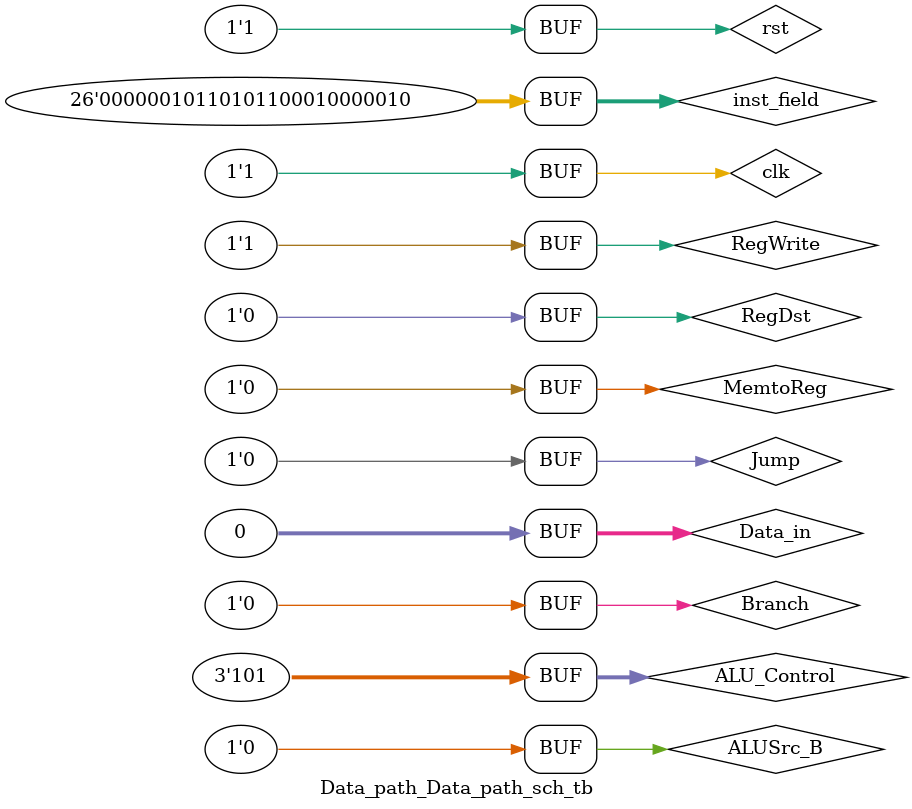
<source format=v>
module Data_path_Data_path_sch_tb();

// Inputs
   reg Jump;
   reg clk;
   reg rst;
   reg [2:0] ALU_Control;
   reg Branch;
   reg ALUSrc_B;
   reg RegWrite;
   reg [31:0] Data_in;
   reg MemtoReg;
   reg RegDst;
   reg [25:0] inst_field;

// Output
   wire [31:0] PC_out;
   wire [31:0] Data_out;
   wire [31:0] ALU_out;

// Bidirs

// Instantiate the UUT
   Data_path UUT (
		.PC_out(PC_out), 
		.Jump(Jump), 
		.clk(clk), 
		.rst(rst), 
		.ALU_Control(ALU_Control), 
		.Branch(Branch), 
		.Data_out(Data_out), 
		.ALUSrc_B(ALUSrc_B), 
		.RegWrite(RegWrite), 
		.ALU_out(ALU_out), 
		.Data_in(Data_in), 
		.MemtoReg(MemtoReg), 
		.RegDst(RegDst), 
		.inst_field(inst_field)
   );
// Initialize Inputs
	initial begin
		`define signals {RegDst,ALUSrc_B,MemtoReg,Jump,Branch,RegWrite,ALU_Control}
			Branch = 0;
			clk = 0;
			rst = 1;
			ALU_Control = 0;
			ALUSrc_B = 0;
			RegWrite = 0;
			Jump = 0;
			MemtoReg = 0;
			inst_field = 0;
			Data_in = 0;
			RegDst = 0;
			#20;
		
			rst=0;
			//add
			`signals=12'b100000001010;
			inst_field=26'b00000000000100000000100000;
			#20;
			//slt
			`signals=12'b100000001111;
			inst_field=26'b01000010010101000000101010;
			#20;
			//sub
			`signals=12'b100000001110;
			inst_field=26'b01001010100101100000100010;
			#20;
			//or
			`signals=12'b100000001001;
			inst_field=26'b01001010100110000000100101;
			#20;
			//and
			`signals=12'b100000001000;
			inst_field=26'b01001010110110100000100100;
			#20;
			//xor
			`signals=12'b100000001011;
			inst_field=26'b01001010100111000000100110;
			#20;
			//nor
			`signals=12'b100000001100;
			inst_field=26'b00000010110100100000100111;
			#20;
			//srl
			`signals=12'b111000001101;
			inst_field=26'b00000010110101100010000010;
			rst=1;
	end
	always begin
		clk=0;#10;
		clk=1;#10;
	end
endmodule



</source>
